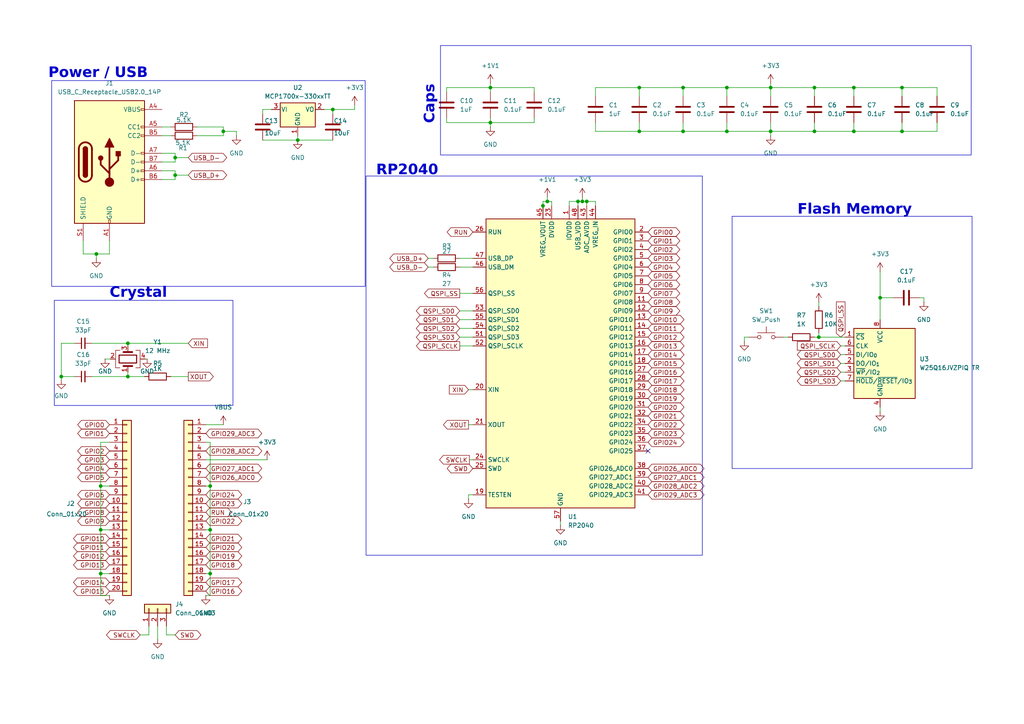
<source format=kicad_sch>
(kicad_sch (version 20250114) (generator "eeschema") (generator_version "9.0")
  (paper "A4")
  (lib_symbols
    (symbol "C_1" (pin_numbers (hide yes)) (pin_names (offset 0.254))
      (property "Reference" "C14" (at 0.254 1.778 0))
      (property "Value" "10uF" (at 0.254 -1.778 0))
      (symbol "C_1_1_1"
        (pin passive line (at 0 3.81 270) (length 2.794) (name "~") (number "1"))
        (pin passive line (at 0 -3.81 90) (length 2.794) (name "~") (number "2"))
      )
    )
    (symbol "C_2" (pin_numbers (hide yes)) (pin_names (offset 0.254))
      (property "Reference" "C13" (at 0.508 1.778 0))
      (property "Value" "10uF" (at 0.508 -1.778 0))
      (symbol "C_2_1_1"
        (pin passive line (at 0 3.81 270) (length 2.794) (name "~") (number "1"))
        (pin passive line (at 0 -3.81 90) (length 2.794) (name "~") (number "2"))
      )
    )
    (symbol "Conn_01x20_1" (pin_names (offset 1.016) (hide yes))
      (property "Reference" "J3" (at -18.288 0.508 0))
      (property "Value" "Conn_01x20" (at -23.368 -3.048 0))
      (symbol "Conn_01x20_1_1_1"
        (pin passive line (at -5.08 22.86 0) (length 3.81) (name "Pin_1") (number "1"))
        (pin passive line (at -5.08 20.32 0) (length 3.81) (name "Pin_2") (number "2"))
        (pin passive line (at -5.08 17.78 0) (length 3.81) (name "Pin_3") (number "3"))
        (pin passive line (at -5.08 15.24 0) (length 3.81) (name "Pin_4") (number "4"))
        (pin passive line (at -5.08 12.7 0) (length 3.81) (name "Pin_5") (number "5"))
        (pin passive line (at -5.08 10.16 0) (length 3.81) (name "Pin_6") (number "6"))
        (pin passive line (at -5.08 7.62 0) (length 3.81) (name "Pin_7") (number "7"))
        (pin passive line (at -5.08 5.08 0) (length 3.81) (name "Pin_8") (number "8"))
        (pin passive line (at -5.08 2.54 0) (length 3.81) (name "Pin_9") (number "9"))
        (pin passive line (at -5.08 0 0) (length 3.81) (name "Pin_10") (number "10"))
        (pin passive line (at -5.08 -2.54 0) (length 3.81) (name "Pin_11") (number "11"))
        (pin passive line (at -5.08 -5.08 0) (length 3.81) (name "Pin_12") (number "12"))
        (pin passive line (at -5.08 -7.62 0) (length 3.81) (name "Pin_13") (number "13"))
        (pin passive line (at -5.08 -10.16 0) (length 3.81) (name "Pin_14") (number "14"))
        (pin passive line (at -5.08 -12.7 0) (length 3.81) (name "Pin_15") (number "15"))
        (pin passive line (at -5.08 -15.24 0) (length 3.81) (name "Pin_16") (number "16"))
        (pin passive line (at -5.08 -17.78 0) (length 3.81) (name "Pin_17") (number "17"))
        (pin passive line (at -5.08 -20.32 0) (length 3.81) (name "Pin_18") (number "18"))
        (pin passive line (at -5.08 -22.86 0) (length 3.81) (name "Pin_19") (number "19"))
        (pin passive line (at -5.08 -25.4 0) (length 3.81) (name "Pin_20") (number "20"))
      )
    )
    (symbol "Connector:USB_C_Receptacle_USB2.0_14P" (pin_names (offset 1.016))
      (property "Reference" "J" (at 0 22.225 0))
      (property "Value" "USB_C_Receptacle_USB2.0_14P" (at 0 19.685 0))
      (symbol "USB_C_Receptacle_USB2.0_14P_1_1"
        (pin passive line (at -7.62 -22.86 90) (length 5.08) (name "SHIELD") (number "S1"))
        (pin passive line (at 0 -22.86 90) (length 5.08) (name "GND") (number "A1"))
        (pin passive line (at 0 -22.86 90) (length 5.08) (hide yes) (name "GND") (number "A12"))
        (pin passive line (at 0 -22.86 90) (length 5.08) (hide yes) (name "GND") (number "B1"))
        (pin passive line (at 0 -22.86 90) (length 5.08) (hide yes) (name "GND") (number "B12"))
        (pin passive line (at 15.24 15.24 180) (length 5.08) (name "VBUS") (number "A4"))
        (pin passive line (at 15.24 15.24 180) (length 5.08) (hide yes) (name "VBUS") (number "A9"))
        (pin passive line (at 15.24 15.24 180) (length 5.08) (hide yes) (name "VBUS") (number "B4"))
        (pin passive line (at 15.24 15.24 180) (length 5.08) (hide yes) (name "VBUS") (number "B9"))
        (pin bidirectional line (at 15.24 10.16 180) (length 5.08) (name "CC1") (number "A5"))
        (pin bidirectional line (at 15.24 7.62 180) (length 5.08) (name "CC2") (number "B5"))
        (pin bidirectional line (at 15.24 2.54 180) (length 5.08) (name "D-") (number "A7"))
        (pin bidirectional line (at 15.24 0 180) (length 5.08) (name "D-") (number "B7"))
        (pin bidirectional line (at 15.24 -2.54 180) (length 5.08) (name "D+") (number "A6"))
        (pin bidirectional line (at 15.24 -5.08 180) (length 5.08) (name "D+") (number "B6"))
      )
    )
    (symbol "Connector_Generic:Conn_01x03" (pin_names (offset 1.016) (hide yes))
      (property "Reference" "J" (at 0 5.08 0))
      (property "Value" "Conn_01x03" (at 0 -5.08 0))
      (symbol "Conn_01x03_1_1"
        (pin passive line (at -5.08 2.54 0) (length 3.81) (name "Pin_1") (number "1"))
        (pin passive line (at -5.08 0 0) (length 3.81) (name "Pin_2") (number "2"))
        (pin passive line (at -5.08 -2.54 0) (length 3.81) (name "Pin_3") (number "3"))
      )
    )
    (symbol "Connector_Generic:Conn_01x20" (pin_names (offset 1.016) (hide yes))
      (property "Reference" "J2" (at -17.526 0 0))
      (property "Value" "Conn_01x20" (at -23.368 -3.048 0))
      (symbol "Conn_01x20_1_1"
        (pin passive line (at -5.08 22.86 0) (length 3.81) (name "Pin_1") (number "1"))
        (pin passive line (at -5.08 20.32 0) (length 3.81) (name "Pin_2") (number "2"))
        (pin passive line (at -5.08 17.78 0) (length 3.81) (name "Pin_3") (number "3"))
        (pin passive line (at -5.08 15.24 0) (length 3.81) (name "Pin_4") (number "4"))
        (pin passive line (at -5.08 12.7 0) (length 3.81) (name "Pin_5") (number "5"))
        (pin passive line (at -5.08 10.16 0) (length 3.81) (name "Pin_6") (number "6"))
        (pin passive line (at -5.08 7.62 0) (length 3.81) (name "Pin_7") (number "7"))
        (pin passive line (at -5.08 5.08 0) (length 3.81) (name "Pin_8") (number "8"))
        (pin passive line (at -5.08 2.54 0) (length 3.81) (name "Pin_9") (number "9"))
        (pin passive line (at -5.08 0 0) (length 3.81) (name "Pin_10") (number "10"))
        (pin passive line (at -5.08 -2.54 0) (length 3.81) (name "Pin_11") (number "11"))
        (pin passive line (at -5.08 -5.08 0) (length 3.81) (name "Pin_12") (number "12"))
        (pin passive line (at -5.08 -7.62 0) (length 3.81) (name "Pin_13") (number "13"))
        (pin passive line (at -5.08 -10.16 0) (length 3.81) (name "Pin_14") (number "14"))
        (pin passive line (at -5.08 -12.7 0) (length 3.81) (name "Pin_15") (number "15"))
        (pin passive line (at -5.08 -15.24 0) (length 3.81) (name "Pin_16") (number "16"))
        (pin passive line (at -5.08 -17.78 0) (length 3.81) (name "Pin_17") (number "17"))
        (pin passive line (at -5.08 -20.32 0) (length 3.81) (name "Pin_18") (number "18"))
        (pin passive line (at -5.08 -22.86 0) (length 3.81) (name "Pin_19") (number "19"))
        (pin passive line (at -5.08 -25.4 0) (length 3.81) (name "Pin_20") (number "20"))
      )
    )
    (symbol "Device:C" (pin_numbers (hide yes)) (pin_names (offset 0.254))
      (property "Reference" "C" (at 0.635 2.54 0))
      (property "Value" "C" (at 0.635 -2.54 0))
      (symbol "C_1_1"
        (pin passive line (at 0 3.81 270) (length 2.794) (name "~") (number "1"))
        (pin passive line (at 0 -3.81 90) (length 2.794) (name "~") (number "2"))
      )
    )
    (symbol "Device:C_Small" (pin_numbers (hide yes)) (pin_names (offset 0.254) (hide yes))
      (property "Reference" "C" (at 0.254 1.778 0))
      (property "Value" "C_Small" (at 0.254 -2.032 0))
      (symbol "C_Small_1_1"
        (pin passive line (at 0 2.54 270) (length 2.032) (name "~") (number "1"))
        (pin passive line (at 0 -2.54 90) (length 2.032) (name "~") (number "2"))
      )
    )
    (symbol "Device:Crystal_GND24" (pin_names (offset 1.016) (hide yes))
      (property "Reference" "Y" (at 3.175 5.08 0))
      (property "Value" "Crystal_GND24" (at 3.175 3.175 0))
      (symbol "Crystal_GND24_1_1"
        (pin passive line (at -3.81 0 0) (length 1.27) (name "1") (number "1"))
        (pin passive line (at 0 5.08 270) (length 1.27) (name "2") (number "2"))
        (pin passive line (at 0 -5.08 90) (length 1.27) (name "4") (number "4"))
        (pin passive line (at 3.81 0 180) (length 1.27) (name "3") (number "3"))
      )
    )
    (symbol "Device:R" (pin_numbers (hide yes)) (pin_names (offset 0))
      (property "Reference" "R2" (at 3.556 0 90))
      (property "Value" "5.1K" (at 2.032 0 90))
      (symbol "R_1_1"
        (pin passive line (at 0 3.81 270) (length 1.27) (name "~") (number "1"))
        (pin passive line (at 0 -3.81 90) (length 1.27) (name "~") (number "2"))
      )
    )
    (symbol "MCU_RaspberryPi:RP2040"
      (property "Reference" "U" (at 17.78 45.72 0))
      (property "Value" "RP2040" (at 17.78 43.18 0))
      (symbol "RP2040_1_1"
        (pin input line (at -25.4 38.1 0) (length 3.81) (name "RUN") (number "26"))
        (pin bidirectional line (at -25.4 30.48 0) (length 3.81) (name "USB_DP") (number "47"))
        (pin bidirectional line (at -25.4 27.94 0) (length 3.81) (name "USB_DM") (number "46"))
        (pin bidirectional line (at -25.4 20.32 0) (length 3.81) (name "QSPI_SS") (number "56"))
        (pin bidirectional line (at -25.4 15.24 0) (length 3.81) (name "QSPI_SD0") (number "53"))
        (pin bidirectional line (at -25.4 12.7 0) (length 3.81) (name "QSPI_SD1") (number "55"))
        (pin bidirectional line (at -25.4 10.16 0) (length 3.81) (name "QSPI_SD2") (number "54"))
        (pin bidirectional line (at -25.4 7.62 0) (length 3.81) (name "QSPI_SD3") (number "51"))
        (pin output line (at -25.4 5.08 0) (length 3.81) (name "QSPI_SCLK") (number "52"))
        (pin input line (at -25.4 -7.62 0) (length 3.81) (name "XIN") (number "20"))
        (pin passive line (at -25.4 -17.78 0) (length 3.81) (name "XOUT") (number "21"))
        (pin input line (at -25.4 -27.94 0) (length 3.81) (name "SWCLK") (number "24"))
        (pin bidirectional line (at -25.4 -30.48 0) (length 3.81) (name "SWD") (number "25"))
        (pin input line (at -25.4 -38.1 0) (length 3.81) (name "TESTEN") (number "19"))
        (pin power_out line (at -5.08 45.72 270) (length 3.81) (name "VREG_VOUT") (number "45"))
        (pin power_in line (at -2.54 45.72 270) (length 3.81) (name "DVDD") (number "23"))
        (pin passive line (at -2.54 45.72 270) (length 3.81) (hide yes) (name "DVDD") (number "50"))
        (pin power_in line (at 0 -45.72 90) (length 3.81) (name "GND") (number "57"))
        (pin power_in line (at 2.54 45.72 270) (length 3.81) (name "IOVDD") (number "1"))
        (pin passive line (at 2.54 45.72 270) (length 3.81) (hide yes) (name "IOVDD") (number "10"))
        (pin passive line (at 2.54 45.72 270) (length 3.81) (hide yes) (name "IOVDD") (number "22"))
        (pin passive line (at 2.54 45.72 270) (length 3.81) (hide yes) (name "IOVDD") (number "33"))
        (pin passive line (at 2.54 45.72 270) (length 3.81) (hide yes) (name "IOVDD") (number "42"))
        (pin passive line (at 2.54 45.72 270) (length 3.81) (hide yes) (name "IOVDD") (number "49"))
        (pin power_in line (at 5.08 45.72 270) (length 3.81) (name "USB_VDD") (number "48"))
        (pin power_in line (at 7.62 45.72 270) (length 3.81) (name "ADC_AVDD") (number "43"))
        (pin power_in line (at 10.16 45.72 270) (length 3.81) (name "VREG_IN") (number "44"))
        (pin bidirectional line (at 25.4 38.1 180) (length 3.81) (name "GPIO0") (number "2"))
        (pin bidirectional line (at 25.4 35.56 180) (length 3.81) (name "GPIO1") (number "3"))
        (pin bidirectional line (at 25.4 33.02 180) (length 3.81) (name "GPIO2") (number "4"))
        (pin bidirectional line (at 25.4 30.48 180) (length 3.81) (name "GPIO3") (number "5"))
        (pin bidirectional line (at 25.4 27.94 180) (length 3.81) (name "GPIO4") (number "6"))
        (pin bidirectional line (at 25.4 25.4 180) (length 3.81) (name "GPIO5") (number "7"))
        (pin bidirectional line (at 25.4 22.86 180) (length 3.81) (name "GPIO6") (number "8"))
        (pin bidirectional line (at 25.4 20.32 180) (length 3.81) (name "GPIO7") (number "9"))
        (pin bidirectional line (at 25.4 17.78 180) (length 3.81) (name "GPIO8") (number "11"))
        (pin bidirectional line (at 25.4 15.24 180) (length 3.81) (name "GPIO9") (number "12"))
        (pin bidirectional line (at 25.4 12.7 180) (length 3.81) (name "GPIO10") (number "13"))
        (pin bidirectional line (at 25.4 10.16 180) (length 3.81) (name "GPIO11") (number "14"))
        (pin bidirectional line (at 25.4 7.62 180) (length 3.81) (name "GPIO12") (number "15"))
        (pin bidirectional line (at 25.4 5.08 180) (length 3.81) (name "GPIO13") (number "16"))
        (pin bidirectional line (at 25.4 2.54 180) (length 3.81) (name "GPIO14") (number "17"))
        (pin bidirectional line (at 25.4 0 180) (length 3.81) (name "GPIO15") (number "18"))
        (pin bidirectional line (at 25.4 -2.54 180) (length 3.81) (name "GPIO16") (number "27"))
        (pin bidirectional line (at 25.4 -5.08 180) (length 3.81) (name "GPIO17") (number "28"))
        (pin bidirectional line (at 25.4 -7.62 180) (length 3.81) (name "GPIO18") (number "29"))
        (pin bidirectional line (at 25.4 -10.16 180) (length 3.81) (name "GPIO19") (number "30"))
        (pin bidirectional line (at 25.4 -12.7 180) (length 3.81) (name "GPIO20") (number "31"))
        (pin bidirectional line (at 25.4 -15.24 180) (length 3.81) (name "GPIO21") (number "32"))
        (pin bidirectional line (at 25.4 -17.78 180) (length 3.81) (name "GPIO22") (number "34"))
        (pin bidirectional line (at 25.4 -20.32 180) (length 3.81) (name "GPIO23") (number "35"))
        (pin bidirectional line (at 25.4 -22.86 180) (length 3.81) (name "GPIO24") (number "36"))
        (pin bidirectional line (at 25.4 -25.4 180) (length 3.81) (name "GPIO25") (number "37"))
        (pin bidirectional line (at 25.4 -30.48 180) (length 3.81) (name "GPIO26_ADC0") (number "38"))
        (pin bidirectional line (at 25.4 -33.02 180) (length 3.81) (name "GPIO27_ADC1") (number "39"))
        (pin bidirectional line (at 25.4 -35.56 180) (length 3.81) (name "GPIO28_ADC2") (number "40"))
        (pin bidirectional line (at 25.4 -38.1 180) (length 3.81) (name "GPIO29_ADC3") (number "41"))
      )
    )
    (symbol "Memory_Flash:W25Q128JVS"
      (property "Reference" "U" (at -6.35 11.43 0))
      (property "Value" "W25Q128JVS" (at 7.62 11.43 0))
      (symbol "W25Q128JVS_1_1"
        (pin input line (at -10.16 7.62 0) (length 2.54) (name "~{CS}") (number "1"))
        (pin input line (at -10.16 5.08 0) (length 2.54) (name "CLK") (number "6"))
        (pin bidirectional line (at -10.16 2.54 0) (length 2.54) (name "DI/IO_{0}") (number "5"))
        (pin bidirectional line (at -10.16 0 0) (length 2.54) (name "DO/IO_{1}") (number "2"))
        (pin bidirectional line (at -10.16 -2.54 0) (length 2.54) (name "~{WP}/IO_{2}") (number "3"))
        (pin bidirectional line (at -10.16 -5.08 0) (length 2.54) (name "~{HOLD}/~{RESET}/IO_{3}") (number "7"))
        (pin power_in line (at 0 12.7 270) (length 2.54) (name "VCC") (number "8"))
        (pin power_in line (at 0 -12.7 90) (length 2.54) (name "GND") (number "4"))
      )
    )
    (symbol "R_1" (pin_numbers (hide yes)) (pin_names (offset 0))
      (property "Reference" "R1" (at -3.556 0.254 90))
      (property "Value" "5.1K" (at -2.032 0.254 90))
      (symbol "R_1_1_1"
        (pin passive line (at 0 3.81 270) (length 1.27) (name "~") (number "1"))
        (pin passive line (at 0 -3.81 90) (length 1.27) (name "~") (number "2"))
      )
    )
    (symbol "R_2" (pin_numbers (hide yes)) (pin_names (offset 0))
      (property "Reference" "R4" (at -2.286 0 90))
      (property "Value" "27" (at -4.826 0 90))
      (symbol "R_2_1_1"
        (pin passive line (at 0 3.81 270) (length 1.27) (name "~") (number "1"))
        (pin passive line (at 0 -3.81 90) (length 1.27) (name "~") (number "2"))
      )
    )
    (symbol "R_3" (pin_numbers (hide yes)) (pin_names (offset 0))
      (property "Reference" "R3" (at -3.556 0 90))
      (property "Value" "27" (at -2.032 0 90))
      (symbol "R_3_1_1"
        (pin passive line (at 0 3.81 270) (length 1.27) (name "~") (number "1"))
        (pin passive line (at 0 -3.81 90) (length 1.27) (name "~") (number "2"))
      )
    )
    (symbol "R_4" (pin_numbers (hide yes)) (pin_names (offset 0))
      (property "Reference" "R5" (at 3.81 0 90))
      (property "Value" "1K" (at 2.286 0 90))
      (symbol "R_4_1_1"
        (pin passive line (at 0 3.81 270) (length 1.27) (name "~") (number "1"))
        (pin passive line (at 0 -3.81 90) (length 1.27) (name "~") (number "2"))
      )
    )
    (symbol "R_5" (pin_numbers (hide yes)) (pin_names (offset 0))
      (property "Reference" "R6" (at 1.524 1.27 0))
      (property "Value" "10K" (at 1.524 -1.27 0))
      (symbol "R_5_1_1"
        (pin passive line (at 0 3.81 270) (length 1.27) (name "~") (number "1"))
        (pin passive line (at 0 -3.81 90) (length 1.27) (name "~") (number "2"))
      )
    )
    (symbol "R_6" (pin_numbers (hide yes)) (pin_names (offset 0))
      (property "Reference" "R" (at -1.016 -3.302 90))
      (property "Value" "R" (at -0.762 3.302 90))
      (symbol "R_6_1_1"
        (pin passive line (at 0 3.81 270) (length 1.27) (name "~") (number "1"))
        (pin passive line (at 0 -3.81 90) (length 1.27) (name "~") (number "2"))
      )
    )
    (symbol "Regulator_Linear:MCP1700x-330xxTT" (pin_names (offset 0.254))
      (property "Reference" "U" (at -3.81 3.175 0))
      (property "Value" "MCP1700x-330xxTT" (at 0 3.175 0))
      (symbol "MCP1700x-330xxTT_1_1"
        (pin power_in line (at -7.62 0 0) (length 2.54) (name "VI") (number "3"))
        (pin power_in line (at 0 -7.62 90) (length 2.54) (name "GND") (number "1"))
        (pin power_out line (at 7.62 0 180) (length 2.54) (name "VO") (number "2"))
      )
    )
    (symbol "Switch:SW_Push" (pin_numbers (hide yes)) (pin_names (offset 1.016) (hide yes))
      (property "Reference" "SW" (at 1.27 2.54 0))
      (property "Value" "SW_Push" (at 0 -1.524 0))
      (symbol "SW_Push_0_1"
        (pin passive line (at -5.08 0 0) (length 2.54) (name "1") (number "1"))
        (pin passive line (at 5.08 0 180) (length 2.54) (name "2") (number "2"))
      )
    )
    (symbol "power:+1V1" (power) (pin_numbers (hide yes)) (pin_names (offset 0) (hide yes))
      (property "Value" "+1V1" (at 0 3.556 0))
      (symbol "+1V1_1_1"
        (pin power_in line (at 0 0 90) (length 0) (name "~") (number "1"))
      )
    )
    (symbol "power:+3V3" (power) (pin_numbers (hide yes)) (pin_names (offset 0) (hide yes))
      (property "Value" "+3V3" (at 0 3.556 0))
      (symbol "+3V3_1_1"
        (pin power_in line (at 0 0 90) (length 0) (name "~") (number "1"))
      )
    )
    (symbol "power:GND" (power) (pin_numbers (hide yes)) (pin_names (offset 0) (hide yes))
      (property "Value" "GND" (at 0 -3.81 0))
      (symbol "GND_1_1"
        (pin power_in line (at 0 0 270) (length 0) (name "~") (number "1"))
      )
    )
    (symbol "power:VBUS" (power) (pin_numbers (hide yes)) (pin_names (offset 0) (hide yes))
      (property "Value" "VBUS" (at 0 3.556 0))
      (symbol "VBUS_1_1"
        (pin power_in line (at 0 0 90) (length 0) (name "~") (number "1"))
      )
    )
  )
  (rectangle (start 15.748 87.122) (end 67.564 117.602))
  (rectangle (start 127.762 13.208) (end 281.686 44.958))
  (rectangle (start 106.172 51.054) (end 203.708 161.036))
  (rectangle (start 14.986 23.368) (end 105.918 83.058))
  (rectangle (start 212.344 62.738) (end 281.94 135.89))
  (text "RP2040" (at 118.11 50.292 0) (effects (font (size 3 3) (thickness 0.254) (bold yes))))
  (text "Crystal" (at 40.132 85.852 0) (effects (font (size 3 3) (thickness 0.254) (bold yes))))
  (text "Power / USB" (at 28.448 22.098 0) (effects (font (size 3 3) (bold yes))))
  (text "Flash Memory\n" (at 247.904 61.722 0) (effects (font (size 3 3) (thickness 0.254) (bold yes))))
  (text "Caps" (at 125.476 30.226 90) (effects (font (size 3 3) (thickness 0.254) (bold yes))))
  (junction (at 247.65 38.1))
  (junction (at 60.96 140.97))
  (junction (at 236.22 25.4))
  (junction (at 60.96 153.67))
  (junction (at 255.27 86.36))
  (junction (at 210.82 38.1))
  (junction (at 223.52 25.4))
  (junction (at 29.21 140.97))
  (junction (at 210.82 25.4))
  (junction (at 86.36 40.64))
  (junction (at 142.24 35.56))
  (junction (at 37.084 99.568))
  (junction (at 50.8 45.72))
  (junction (at 60.96 166.37))
  (junction (at 198.12 38.1))
  (junction (at 236.22 38.1))
  (junction (at 17.78 109.22))
  (junction (at 168.91 58.42))
  (junction (at 29.21 153.67))
  (junction (at 96.52 31.75))
  (junction (at 237.49 97.79))
  (junction (at 185.42 38.1))
  (junction (at 261.62 25.4))
  (junction (at 167.64 58.42))
  (junction (at 157.48 59.69))
  (junction (at 261.62 38.1))
  (junction (at 27.94 73.66))
  (junction (at 223.52 38.1))
  (junction (at 170.18 58.42))
  (junction (at 50.8 50.8))
  (junction (at 198.12 25.4))
  (junction (at 29.21 166.37))
  (junction (at 185.42 25.4))
  (junction (at 142.24 25.4))
  (junction (at 64.77 38.1))
  (junction (at 247.65 25.4))
  (junction (at 37.084 109.22))
  (junction (at 158.75 58.42))
  (no_connect (at 187.96 130.81))
  (wire (pts (xy 142.24 35.56) (xy 142.24 36.83)))
  (wire (pts (xy 27.94 73.66) (xy 31.75 73.66)))
  (wire (pts (xy 271.78 38.1) (xy 261.62 38.1)))
  (wire (pts (xy 64.77 39.37) (xy 57.15 39.37)))
  (wire (pts (xy 96.52 31.75) (xy 96.52 33.02)))
  (wire (pts (xy 243.84 110.49) (xy 245.11 110.49)))
  (wire (pts (xy 142.24 34.29) (xy 142.24 35.56)))
  (wire (pts (xy 60.96 172.72) (xy 60.96 166.37)))
  (wire (pts (xy 29.21 140.97) (xy 29.21 128.27)))
  (wire (pts (xy 136.144 133.35) (xy 137.16 133.35)))
  (wire (pts (xy 49.53 109.22) (xy 54.61 109.22)))
  (wire (pts (xy 236.22 38.1) (xy 247.65 38.1)))
  (wire (pts (xy 247.65 35.56) (xy 247.65 38.1)))
  (wire (pts (xy 255.27 86.36) (xy 259.08 86.36)))
  (wire (pts (xy 29.21 128.27) (xy 31.75 128.27)))
  (wire (pts (xy 142.24 24.13) (xy 142.24 25.4)))
  (wire (pts (xy 255.27 78.74) (xy 255.27 86.36)))
  (wire (pts (xy 60.96 140.97) (xy 60.96 128.27)))
  (wire (pts (xy 37.084 109.22) (xy 41.91 109.22)))
  (wire (pts (xy 158.75 58.42) (xy 160.02 58.42)))
  (wire (pts (xy 198.12 38.1) (xy 210.82 38.1)))
  (wire (pts (xy 142.24 25.4) (xy 154.94 25.4)))
  (wire (pts (xy 243.84 107.95) (xy 245.11 107.95)))
  (wire (pts (xy 46.99 39.37) (xy 49.53 39.37)))
  (wire (pts (xy 236.22 25.4) (xy 236.22 27.94)))
  (wire (pts (xy 157.48 59.69) (xy 157.48 60.96)))
  (wire (pts (xy 247.65 25.4) (xy 261.62 25.4)))
  (wire (pts (xy 154.94 25.4) (xy 154.94 26.67)))
  (wire (pts (xy 54.61 50.8) (xy 50.8 50.8)))
  (wire (pts (xy 43.18 181.61) (xy 43.18 184.15)))
  (wire (pts (xy 165.1 58.42) (xy 167.64 58.42)))
  (wire (pts (xy 210.82 25.4) (xy 210.82 27.94)))
  (wire (pts (xy 76.2 40.64) (xy 86.36 40.64)))
  (wire (pts (xy 37.084 99.568) (xy 37.084 100.33)))
  (wire (pts (xy 37.084 99.568) (xy 54.61 99.568)))
  (wire (pts (xy 43.18 184.15) (xy 40.64 184.15)))
  (wire (pts (xy 29.21 172.72) (xy 29.21 166.37)))
  (wire (pts (xy 21.59 99.568) (xy 17.78 99.568)))
  (wire (pts (xy 86.36 39.37) (xy 86.36 40.64)))
  (wire (pts (xy 64.77 38.1) (xy 68.58 38.1)))
  (wire (pts (xy 68.58 38.1) (xy 68.58 39.37)))
  (wire (pts (xy 59.69 133.35) (xy 77.47 133.35)))
  (wire (pts (xy 50.8 45.72) (xy 50.8 44.45)))
  (wire (pts (xy 185.42 25.4) (xy 198.12 25.4)))
  (wire (pts (xy 255.27 86.36) (xy 255.27 92.71)))
  (wire (pts (xy 247.65 25.4) (xy 247.65 27.94)))
  (wire (pts (xy 168.91 58.42) (xy 170.18 58.42)))
  (wire (pts (xy 271.78 25.4) (xy 261.62 25.4)))
  (wire (pts (xy 168.91 57.15) (xy 168.91 58.42)))
  (wire (pts (xy 157.48 58.42) (xy 157.48 59.69)))
  (wire (pts (xy 29.21 153.67) (xy 29.21 140.97)))
  (wire (pts (xy 129.54 25.4) (xy 142.24 25.4)))
  (wire (pts (xy 243.84 105.41) (xy 245.11 105.41)))
  (wire (pts (xy 48.26 184.15) (xy 50.8 184.15)))
  (wire (pts (xy 93.98 31.75) (xy 96.52 31.75)))
  (wire (pts (xy 172.72 25.4) (xy 185.42 25.4)))
  (wire (pts (xy 237.49 97.79) (xy 245.11 97.79)))
  (wire (pts (xy 60.96 153.67) (xy 60.96 140.97)))
  (wire (pts (xy 133.35 77.47) (xy 137.16 77.47)))
  (wire (pts (xy 223.52 38.1) (xy 223.52 39.37)))
  (wire (pts (xy 29.21 166.37) (xy 31.75 166.37)))
  (wire (pts (xy 50.8 45.72) (xy 54.61 45.72)))
  (wire (pts (xy 237.49 87.63) (xy 237.49 88.9)))
  (wire (pts (xy 185.42 38.1) (xy 198.12 38.1)))
  (wire (pts (xy 124.206 77.47) (xy 125.73 77.47)))
  (wire (pts (xy 135.89 143.51) (xy 137.16 143.51)))
  (wire (pts (xy 76.2 31.75) (xy 78.74 31.75)))
  (wire (pts (xy 210.82 35.56) (xy 210.82 38.1)))
  (wire (pts (xy 165.1 59.69) (xy 165.1 58.42)))
  (wire (pts (xy 236.22 25.4) (xy 247.65 25.4)))
  (wire (pts (xy 223.52 38.1) (xy 236.22 38.1)))
  (wire (pts (xy 24.13 69.85) (xy 24.13 73.66)))
  (wire (pts (xy 29.21 153.67) (xy 31.75 153.67)))
  (wire (pts (xy 50.8 44.45) (xy 46.99 44.45)))
  (wire (pts (xy 31.75 172.72) (xy 29.21 172.72)))
  (wire (pts (xy 133.35 92.71) (xy 137.16 92.71)))
  (wire (pts (xy 46.99 52.07) (xy 50.8 52.07)))
  (wire (pts (xy 170.18 58.42) (xy 172.72 58.42)))
  (wire (pts (xy 267.97 86.36) (xy 267.97 87.63)))
  (wire (pts (xy 46.99 46.99) (xy 50.8 46.99)))
  (wire (pts (xy 133.35 95.25) (xy 137.16 95.25)))
  (wire (pts (xy 64.77 38.1) (xy 64.77 39.37)))
  (wire (pts (xy 45.72 181.61) (xy 45.72 185.42)))
  (wire (pts (xy 27.94 73.66) (xy 27.94 74.93)))
  (wire (pts (xy 198.12 25.4) (xy 198.12 27.94)))
  (wire (pts (xy 86.36 40.64) (xy 96.52 40.64)))
  (wire (pts (xy 96.52 31.75) (xy 102.87 31.75)))
  (wire (pts (xy 157.48 58.42) (xy 158.75 58.42)))
  (wire (pts (xy 160.02 58.42) (xy 160.02 59.69)))
  (wire (pts (xy 29.21 166.37) (xy 29.21 153.67)))
  (wire (pts (xy 172.72 38.1) (xy 185.42 38.1)))
  (wire (pts (xy 223.52 25.4) (xy 223.52 27.94)))
  (wire (pts (xy 172.72 35.56) (xy 172.72 38.1)))
  (wire (pts (xy 135.89 123.19) (xy 137.16 123.19)))
  (wire (pts (xy 129.54 26.67) (xy 129.54 25.4)))
  (wire (pts (xy 59.69 140.97) (xy 60.96 140.97)))
  (wire (pts (xy 133.35 74.93) (xy 137.16 74.93)))
  (wire (pts (xy 57.15 36.83) (xy 64.77 36.83)))
  (wire (pts (xy 243.84 102.87) (xy 245.11 102.87)))
  (wire (pts (xy 50.8 50.8) (xy 50.8 49.53)))
  (wire (pts (xy 236.22 97.79) (xy 237.49 97.79)))
  (wire (pts (xy 50.8 49.53) (xy 46.99 49.53)))
  (wire (pts (xy 46.99 36.83) (xy 49.53 36.83)))
  (wire (pts (xy 172.72 27.94) (xy 172.72 25.4)))
  (wire (pts (xy 26.67 99.568) (xy 37.084 99.568)))
  (wire (pts (xy 59.69 123.19) (xy 64.77 123.19)))
  (wire (pts (xy 17.78 109.22) (xy 21.59 109.22)))
  (wire (pts (xy 210.82 25.4) (xy 223.52 25.4)))
  (wire (pts (xy 210.82 38.1) (xy 223.52 38.1)))
  (wire (pts (xy 261.62 38.1) (xy 261.62 35.56)))
  (wire (pts (xy 59.69 172.72) (xy 60.96 172.72)))
  (wire (pts (xy 50.8 52.07) (xy 50.8 50.8)))
  (wire (pts (xy 124.206 74.93) (xy 125.73 74.93)))
  (wire (pts (xy 48.26 181.61) (xy 48.26 184.15)))
  (wire (pts (xy 198.12 25.4) (xy 210.82 25.4)))
  (wire (pts (xy 255.27 118.11) (xy 255.27 119.38)))
  (wire (pts (xy 76.2 31.75) (xy 76.2 33.02)))
  (wire (pts (xy 261.62 25.4) (xy 261.62 27.94)))
  (wire (pts (xy 129.54 35.56) (xy 142.24 35.56)))
  (wire (pts (xy 50.8 46.99) (xy 50.8 45.72)))
  (wire (pts (xy 142.24 35.56) (xy 154.94 35.56)))
  (wire (pts (xy 29.21 140.97) (xy 31.75 140.97)))
  (wire (pts (xy 60.96 166.37) (xy 60.96 153.67)))
  (wire (pts (xy 17.78 109.22) (xy 17.78 110.236)))
  (wire (pts (xy 135.89 113.03) (xy 137.16 113.03)))
  (wire (pts (xy 170.18 58.42) (xy 170.18 59.69)))
  (wire (pts (xy 64.77 36.83) (xy 64.77 38.1)))
  (wire (pts (xy 142.24 25.4) (xy 142.24 26.67)))
  (wire (pts (xy 129.54 34.29) (xy 129.54 35.56)))
  (wire (pts (xy 198.12 35.56) (xy 198.12 38.1)))
  (wire (pts (xy 162.56 151.13) (xy 162.56 152.4)))
  (wire (pts (xy 154.94 35.56) (xy 154.94 34.29)))
  (wire (pts (xy 135.89 144.78) (xy 135.89 143.51)))
  (wire (pts (xy 185.42 25.4) (xy 185.42 27.94)))
  (wire (pts (xy 271.78 27.94) (xy 271.78 25.4)))
  (wire (pts (xy 59.69 166.37) (xy 60.96 166.37)))
  (wire (pts (xy 59.69 128.27) (xy 60.96 128.27)))
  (wire (pts (xy 30.48 104.14) (xy 32.004 104.14)))
  (wire (pts (xy 247.65 38.1) (xy 261.62 38.1)))
  (wire (pts (xy 37.084 109.22) (xy 26.67 109.22)))
  (wire (pts (xy 17.78 99.568) (xy 17.78 109.22)))
  (wire (pts (xy 215.9 97.79) (xy 215.9 99.06)))
  (wire (pts (xy 42.672 104.14) (xy 42.164 104.14)))
  (wire (pts (xy 167.64 58.42) (xy 167.64 59.69)))
  (wire (pts (xy 133.35 85.09) (xy 137.16 85.09)))
  (wire (pts (xy 102.87 31.75) (xy 102.87 30.48)))
  (wire (pts (xy 185.42 35.56) (xy 185.42 38.1)))
  (wire (pts (xy 167.64 58.42) (xy 168.91 58.42)))
  (wire (pts (xy 59.69 153.67) (xy 60.96 153.67)))
  (wire (pts (xy 31.75 73.66) (xy 31.75 69.85)))
  (wire (pts (xy 24.13 73.66) (xy 27.94 73.66)))
  (wire (pts (xy 133.35 90.17) (xy 137.16 90.17)))
  (wire (pts (xy 172.72 58.42) (xy 172.72 59.69)))
  (wire (pts (xy 271.78 35.56) (xy 271.78 38.1)))
  (wire (pts (xy 237.49 96.52) (xy 237.49 97.79)))
  (wire (pts (xy 243.84 100.33) (xy 245.11 100.33)))
  (wire (pts (xy 227.33 97.79) (xy 228.6 97.79)))
  (wire (pts (xy 37.084 107.95) (xy 37.084 109.22)))
  (wire (pts (xy 158.75 57.15) (xy 158.75 58.42)))
  (wire (pts (xy 223.52 35.56) (xy 223.52 38.1)))
  (wire (pts (xy 133.35 100.33) (xy 137.16 100.33)))
  (wire (pts (xy 236.22 35.56) (xy 236.22 38.1)))
  (wire (pts (xy 266.7 86.36) (xy 267.97 86.36)))
  (wire (pts (xy 217.17 97.79) (xy 215.9 97.79)))
  (wire (pts (xy 223.52 24.13) (xy 223.52 25.4)))
  (wire (pts (xy 223.52 25.4) (xy 236.22 25.4)))
  (wire (pts (xy 133.35 97.79) (xy 137.16 97.79)))
  (global_label "XIN" (shape input) (at 135.89 113.03 180) (property "Intersheetrefs" "${INTERSHEET_REFS}" (effects (hide yes))))
  (global_label "GPIO0" (shape bidirectional) (at 187.96 67.31 0) (effects (font (thickness 0.1588))) (property "Intersheetrefs" "${INTERSHEET_REFS}" (effects (hide yes))))
  (global_label "GPIO1" (shape bidirectional) (at 187.96 69.85 0) (effects (font (thickness 0.1588))) (property "Intersheetrefs" "${INTERSHEET_REFS}" (effects (hide yes))))
  (global_label "XOUT" (shape output) (at 135.89 123.19 180) (property "Intersheetrefs" "${INTERSHEET_REFS}" (effects (hide yes))))
  (global_label "GPIO28_ADC2" (shape bidirectional) (at 59.69 130.81 0) (property "Intersheetrefs" "${INTERSHEET_REFS}" (effects (hide yes))))
  (global_label "GPIO29_ADC3" (shape bidirectional) (at 59.69 125.73 0) (property "Intersheetrefs" "${INTERSHEET_REFS}" (effects (hide yes))))
  (global_label "GPIO26_ADC0" (shape bidirectional) (at 59.69 138.43 0) (property "Intersheetrefs" "${INTERSHEET_REFS}" (effects (hide yes))))
  (global_label "GPIO27_ADC1" (shape bidirectional) (at 59.69 135.89 0) (property "Intersheetrefs" "${INTERSHEET_REFS}" (effects (hide yes))))
  (global_label "QSPI_SD3" (shape bidirectional) (at 133.35 97.79 180) (property "Intersheetrefs" "${INTERSHEET_REFS}" (effects (hide yes))))
  (global_label "QSPI_SD0" (shape bidirectional) (at 243.84 102.87 180) (property "Intersheetrefs" "${INTERSHEET_REFS}" (effects (hide yes))))
  (global_label "USB_D+" (shape bidirectional) (at 54.61 50.8 0) (property "Intersheetrefs" "${INTERSHEET_REFS}" (effects (hide yes))))
  (global_label "QSPI_SD1" (shape bidirectional) (at 133.35 92.71 180) (property "Intersheetrefs" "${INTERSHEET_REFS}" (effects (hide yes))))
  (global_label "SWD" (shape bidirectional) (at 137.16 135.89 180) (property "Intersheetrefs" "${INTERSHEET_REFS}" (effects (hide yes))))
  (global_label "GPIO3" (shape bidirectional) (at 187.96 74.93 0) (property "Intersheetrefs" "${INTERSHEET_REFS}" (effects (hide yes))))
  (global_label "GPIO6" (shape bidirectional) (at 187.96 82.55 0) (property "Intersheetrefs" "${INTERSHEET_REFS}" (effects (hide yes))))
  (global_label "GPIO5" (shape bidirectional) (at 187.96 80.01 0) (property "Intersheetrefs" "${INTERSHEET_REFS}" (effects (hide yes))))
  (global_label "GPIO4" (shape bidirectional) (at 187.96 77.47 0) (property "Intersheetrefs" "${INTERSHEET_REFS}" (effects (hide yes))))
  (global_label "GPIO7" (shape bidirectional) (at 187.96 85.09 0) (property "Intersheetrefs" "${INTERSHEET_REFS}" (effects (hide yes))))
  (global_label "GPIO2" (shape bidirectional) (at 187.96 72.39 0) (property "Intersheetrefs" "${INTERSHEET_REFS}" (effects (hide yes))))
  (global_label "GPIO8" (shape bidirectional) (at 187.96 87.63 0) (property "Intersheetrefs" "${INTERSHEET_REFS}" (effects (hide yes))))
  (global_label "GPIO10" (shape bidirectional) (at 187.96 92.71 0) (property "Intersheetrefs" "${INTERSHEET_REFS}" (effects (hide yes))))
  (global_label "GPIO9" (shape bidirectional) (at 187.96 90.17 0) (property "Intersheetrefs" "${INTERSHEET_REFS}" (effects (hide yes))))
  (global_label "RUN" (shape bidirectional) (at 59.69 148.59 0) (property "Intersheetrefs" "${INTERSHEET_REFS}" (effects (hide yes))))
  (global_label "QSPI_SS" (shape input) (at 243.84 97.79 90) (property "Intersheetrefs" "${INTERSHEET_REFS}" (effects (hide yes))))
  (global_label "XIN" (shape input) (at 54.61 99.568 0) (property "Intersheetrefs" "${INTERSHEET_REFS}" (effects (hide yes))))
  (global_label "GPIO19" (shape bidirectional) (at 187.96 115.57 0) (property "Intersheetrefs" "${INTERSHEET_REFS}" (effects (hide yes))))
  (global_label "GPIO13" (shape bidirectional) (at 187.96 100.33 0) (property "Intersheetrefs" "${INTERSHEET_REFS}" (effects (hide yes))))
  (global_label "GPIO14" (shape bidirectional) (at 187.96 102.87 0) (property "Intersheetrefs" "${INTERSHEET_REFS}" (effects (hide yes))))
  (global_label "GPIO15" (shape bidirectional) (at 187.96 105.41 0) (property "Intersheetrefs" "${INTERSHEET_REFS}" (effects (hide yes))))
  (global_label "GPIO18" (shape bidirectional) (at 187.96 113.03 0) (property "Intersheetrefs" "${INTERSHEET_REFS}" (effects (hide yes))))
  (global_label "GPIO16" (shape bidirectional) (at 187.96 107.95 0) (property "Intersheetrefs" "${INTERSHEET_REFS}" (effects (hide yes))))
  (global_label "GPIO17" (shape bidirectional) (at 187.96 110.49 0) (property "Intersheetrefs" "${INTERSHEET_REFS}" (effects (hide yes))))
  (global_label "GPIO11" (shape bidirectional) (at 187.96 95.25 0) (property "Intersheetrefs" "${INTERSHEET_REFS}" (effects (hide yes))))
  (global_label "GPIO12" (shape bidirectional) (at 187.96 97.79 0) (property "Intersheetrefs" "${INTERSHEET_REFS}" (effects (hide yes))))
  (global_label "GPIO20" (shape bidirectional) (at 187.96 118.11 0) (property "Intersheetrefs" "${INTERSHEET_REFS}" (effects (hide yes))))
  (global_label "GPIO23" (shape bidirectional) (at 187.96 125.73 0) (property "Intersheetrefs" "${INTERSHEET_REFS}" (effects (hide yes))))
  (global_label "GPIO22" (shape bidirectional) (at 187.96 123.19 0) (property "Intersheetrefs" "${INTERSHEET_REFS}" (effects (hide yes))))
  (global_label "GPIO21" (shape bidirectional) (at 187.96 120.65 0) (property "Intersheetrefs" "${INTERSHEET_REFS}" (effects (hide yes))))
  (global_label "GPIO24" (shape bidirectional) (at 187.96 128.27 0) (property "Intersheetrefs" "${INTERSHEET_REFS}" (effects (hide yes))))
  (global_label "QSPI_SCLK" (shape output) (at 133.35 100.33 180) (property "Intersheetrefs" "${INTERSHEET_REFS}" (effects (hide yes))))
  (global_label "USB_D-" (shape bidirectional) (at 124.206 77.47 180) (property "Intersheetrefs" "${INTERSHEET_REFS}" (effects (hide yes))))
  (global_label "SWCLK" (shape output) (at 136.144 133.35 180) (property "Intersheetrefs" "${INTERSHEET_REFS}" (effects (hide yes))))
  (global_label "QSPI_SD2" (shape bidirectional) (at 243.84 107.95 180) (property "Intersheetrefs" "${INTERSHEET_REFS}" (effects (hide yes))))
  (global_label "USB_D-" (shape bidirectional) (at 54.61 45.72 0) (property "Intersheetrefs" "${INTERSHEET_REFS}" (effects (hide yes))))
  (global_label "XOUT" (shape output) (at 54.61 109.22 0) (property "Intersheetrefs" "${INTERSHEET_REFS}" (effects (hide yes))))
  (global_label "SWD" (shape bidirectional) (at 50.8 184.15 0) (property "Intersheetrefs" "${INTERSHEET_REFS}" (effects (hide yes))))
  (global_label "GPIO28_ADC2" (shape bidirectional) (at 187.96 140.97 0) (property "Intersheetrefs" "${INTERSHEET_REFS}" (effects (hide yes))))
  (global_label "GPIO27_ADC1" (shape bidirectional) (at 187.96 138.43 0) (property "Intersheetrefs" "${INTERSHEET_REFS}" (effects (hide yes))))
  (global_label "GPIO26_ADC0" (shape bidirectional) (at 187.96 135.89 0) (property "Intersheetrefs" "${INTERSHEET_REFS}" (effects (hide yes))))
  (global_label "GPIO29_ADC3" (shape bidirectional) (at 187.96 143.51 0) (property "Intersheetrefs" "${INTERSHEET_REFS}" (effects (hide yes))))
  (global_label "SWCLK" (shape bidirectional) (at 40.64 184.15 180) (property "Intersheetrefs" "${INTERSHEET_REFS}" (effects (hide yes))))
  (global_label "GPIO3" (shape bidirectional) (at 31.75 133.35 180) (property "Intersheetrefs" "${INTERSHEET_REFS}" (effects (hide yes))))
  (global_label "GPIO4" (shape bidirectional) (at 31.75 135.89 180) (property "Intersheetrefs" "${INTERSHEET_REFS}" (effects (hide yes))))
  (global_label "GPIO2" (shape bidirectional) (at 31.75 130.81 180) (property "Intersheetrefs" "${INTERSHEET_REFS}" (effects (hide yes))))
  (global_label "GPIO5" (shape bidirectional) (at 31.75 138.43 180) (property "Intersheetrefs" "${INTERSHEET_REFS}" (effects (hide yes))))
  (global_label "GPIO7" (shape bidirectional) (at 31.75 146.05 180) (property "Intersheetrefs" "${INTERSHEET_REFS}" (effects (hide yes))))
  (global_label "GPIO8" (shape bidirectional) (at 31.75 148.59 180) (property "Intersheetrefs" "${INTERSHEET_REFS}" (effects (hide yes))))
  (global_label "GPIO6" (shape bidirectional) (at 31.75 143.51 180) (property "Intersheetrefs" "${INTERSHEET_REFS}" (effects (hide yes))))
  (global_label "GPIO9" (shape bidirectional) (at 31.75 151.13 180) (property "Intersheetrefs" "${INTERSHEET_REFS}" (effects (hide yes))))
  (global_label "GPIO1" (shape bidirectional) (at 31.75 125.73 180) (property "Intersheetrefs" "${INTERSHEET_REFS}" (effects (hide yes))))
  (global_label "GPIO10" (shape bidirectional) (at 31.75 156.21 180) (property "Intersheetrefs" "${INTERSHEET_REFS}" (effects (hide yes))))
  (global_label "GPIO12" (shape bidirectional) (at 31.75 161.29 180) (property "Intersheetrefs" "${INTERSHEET_REFS}" (effects (hide yes))))
  (global_label "GPIO0" (shape bidirectional) (at 31.75 123.19 180) (property "Intersheetrefs" "${INTERSHEET_REFS}" (effects (hide yes))))
  (global_label "GPIO11" (shape bidirectional) (at 31.75 158.75 180) (property "Intersheetrefs" "${INTERSHEET_REFS}" (effects (hide yes))))
  (global_label "GPIO13" (shape bidirectional) (at 31.75 163.83 180) (property "Intersheetrefs" "${INTERSHEET_REFS}" (effects (hide yes))))
  (global_label "GPIO14" (shape bidirectional) (at 31.75 168.91 180) (property "Intersheetrefs" "${INTERSHEET_REFS}" (effects (hide yes))))
  (global_label "GPIO15" (shape bidirectional) (at 31.75 171.45 180) (property "Intersheetrefs" "${INTERSHEET_REFS}" (effects (hide yes))))
  (global_label "GPIO18" (shape bidirectional) (at 59.69 163.83 0) (property "Intersheetrefs" "${INTERSHEET_REFS}" (effects (hide yes))))
  (global_label "GPIO16" (shape bidirectional) (at 59.69 171.45 0) (property "Intersheetrefs" "${INTERSHEET_REFS}" (effects (hide yes))))
  (global_label "GPIO17" (shape bidirectional) (at 59.69 168.91 0) (property "Intersheetrefs" "${INTERSHEET_REFS}" (effects (hide yes))))
  (global_label "GPIO19" (shape bidirectional) (at 59.69 161.29 0) (property "Intersheetrefs" "${INTERSHEET_REFS}" (effects (hide yes))))
  (global_label "GPIO21" (shape bidirectional) (at 59.69 156.21 0) (property "Intersheetrefs" "${INTERSHEET_REFS}" (effects (hide yes))))
  (global_label "GPIO20" (shape bidirectional) (at 59.69 158.75 0) (property "Intersheetrefs" "${INTERSHEET_REFS}" (effects (hide yes))))
  (global_label "GPIO22" (shape bidirectional) (at 59.69 151.13 0) (property "Intersheetrefs" "${INTERSHEET_REFS}" (effects (hide yes))))
  (global_label "QSPI_SS" (shape output) (at 133.35 85.09 180) (property "Intersheetrefs" "${INTERSHEET_REFS}" (effects (hide yes))))
  (global_label "QSPI_SCLK" (shape input) (at 243.84 100.33 180) (property "Intersheetrefs" "${INTERSHEET_REFS}" (effects (hide yes))))
  (global_label "QSPI_SD2" (shape bidirectional) (at 133.35 95.25 180) (property "Intersheetrefs" "${INTERSHEET_REFS}" (effects (hide yes))))
  (global_label "QSPI_SD1" (shape bidirectional) (at 243.84 105.41 180) (property "Intersheetrefs" "${INTERSHEET_REFS}" (effects (hide yes))))
  (global_label "RUN" (shape bidirectional) (at 137.16 67.31 180) (property "Intersheetrefs" "${INTERSHEET_REFS}" (effects (hide yes))))
  (global_label "GPIO24" (shape bidirectional) (at 59.69 143.51 0) (property "Intersheetrefs" "${INTERSHEET_REFS}" (effects (hide yes))))
  (global_label "GPIO23" (shape bidirectional) (at 59.69 146.05 0) (property "Intersheetrefs" "${INTERSHEET_REFS}" (effects (hide yes))))
  (global_label "QSPI_SD0" (shape bidirectional) (at 133.35 90.17 180) (property "Intersheetrefs" "${INTERSHEET_REFS}" (effects (hide yes))))
  (global_label "USB_D+" (shape bidirectional) (at 124.206 74.93 180) (property "Intersheetrefs" "${INTERSHEET_REFS}" (effects (hide yes))))
  (global_label "QSPI_SD3" (shape bidirectional) (at 243.84 110.49 180) (property "Intersheetrefs" "${INTERSHEET_REFS}" (effects (hide yes))))
  (symbol (lib_id "power:GND") (at 86.36 40.64 0) (unit 1)
    (property "Reference" "#PWR010" (effects (hide yes)))
    (property "Value" "GND" (at 86.36 45.72 0))
    (property "Description" "Power symbol creates a global label with name \"GND\" , ground" (effects (hide yes)))
  )
  (symbol (lib_id "Connector_Generic:Conn_01x03") (at 45.72 176.53 90) (unit 1)
    (property "Reference" "J4" (at 50.8 175.2599 90) (effects (justify right)))
    (property "Value" "Conn_01x03" (at 50.8 177.7999 90) (effects (justify right)))
    (property "Footprint" "Connector_PinHeader_2.54mm:PinHeader_1x03_P2.54mm_Vertical" (effects (hide yes)))
    (property "Description" "Generic connector, single row, 01x03, script generated (kicad-library-utils/schlib/autogen/connector/)" (effects (hide yes)))
  )
  (symbol (lib_name "R_1") (lib_id "Device:R") (at 53.34 39.37 90) (unit 1)
    (property "Reference" "R1" (at 53.086 42.926 90))
    (property "Value" "5.1K" (at 53.086 41.402 90))
    (property "Footprint" "Resistor_SMD:R_0402_1005Metric" (effects (hide yes)))
    (property "Description" "Resistor" (effects (hide yes)))
  )
  (symbol (lib_id "Device:C") (at 261.62 31.75 0) (unit 1)
    (property "Reference" "C8" (at 265.43 30.4799 0) (effects (justify left)))
    (property "Value" "0.1uF" (at 265.43 33.0199 0) (effects (justify left)))
    (property "Footprint" "Capacitor_SMD:C_0402_1005Metric" (effects (hide yes)))
    (property "Description" "Unpolarized capacitor" (effects (hide yes)))
  )
  (symbol (lib_id "Device:C") (at 210.82 31.75 0) (unit 1)
    (property "Reference" "C4" (at 214.63 30.4799 0) (effects (justify left)))
    (property "Value" "0.1uF" (at 214.63 33.0199 0) (effects (justify left)))
    (property "Footprint" "Capacitor_SMD:C_0402_1005Metric" (effects (hide yes)))
    (property "Description" "Unpolarized capacitor" (effects (hide yes)))
  )
  (symbol (lib_id "power:GND") (at 215.9 99.06 0) (unit 1)
    (property "Reference" "#PWR018" (effects (hide yes)))
    (property "Value" "GND" (at 215.9 104.14 0))
    (property "Description" "Power symbol creates a global label with name \"GND\" , ground" (effects (hide yes)))
  )
  (symbol (lib_id "Device:Crystal_GND24") (at 37.084 104.14 90) (unit 1)
    (property "Reference" "Y1" (at 45.72 99.1868 90))
    (property "Value" "12 MHz" (at 45.72 101.7268 90))
    (property "Footprint" "Crystal:Crystal_SMD_3225-4Pin_3.2x2.5mm" (effects (hide yes)))
    (property "Description" "Four pin crystal, GND on pins 2 and 4" (effects (hide yes)))
  )
  (symbol (lib_id "power:+1V1") (at 142.24 24.13 0) (unit 1)
    (property "Reference" "#PWR05" (effects (hide yes)))
    (property "Value" "+1V1" (at 142.24 19.05 0))
    (property "Description" "Power symbol creates a global label with name \"+1V1\"" (effects (hide yes)))
  )
  (symbol (lib_id "Device:C") (at 154.94 30.48 0) (unit 1)
    (property "Reference" "C12" (at 158.75 29.2099 0) (effects (justify left)))
    (property "Value" "0.1uF" (at 158.75 31.7499 0) (effects (justify left)))
    (property "Footprint" "Capacitor_SMD:C_0402_1005Metric" (effects (hide yes)))
    (property "Description" "Unpolarized capacitor" (effects (hide yes)))
  )
  (symbol (lib_id "power:GND") (at 17.78 110.236 0) (unit 1)
    (property "Reference" "#PWR012" (effects (hide yes)))
    (property "Value" "GND" (at 17.78 114.808 0))
    (property "Description" "Power symbol creates a global label with name \"GND\" , ground" (effects (hide yes)))
  )
  (symbol (lib_name "R_5") (lib_id "Device:R") (at 237.49 92.71 0) (unit 1)
    (property "Reference" "R6" (at 239.014 91.44 0) (effects (justify left)))
    (property "Value" "10K" (at 239.014 93.98 0) (effects (justify left)))
    (property "Footprint" "Resistor_SMD:R_0402_1005Metric" (effects (hide yes)))
    (property "Description" "Resistor" (effects (hide yes)))
  )
  (symbol (lib_id "Device:C") (at 185.42 31.75 0) (unit 1)
    (property "Reference" "C2" (at 189.23 30.4799 0) (effects (justify left)))
    (property "Value" "0.1uF" (at 189.23 33.0199 0) (effects (justify left)))
    (property "Footprint" "Capacitor_SMD:C_0402_1005Metric" (effects (hide yes)))
    (property "Description" "Unpolarized capacitor" (effects (hide yes)))
  )
  (symbol (lib_id "power:+3V3") (at 255.27 78.74 0) (unit 1)
    (property "Reference" "#PWR015" (effects (hide yes)))
    (property "Value" "+3V3" (at 255.27 73.66 0))
    (property "Description" "Power symbol creates a global label with name \"+3V3\"" (effects (hide yes)))
  )
  (symbol (lib_id "power:GND") (at 59.69 172.72 0) (unit 1)
    (property "Reference" "#PWR022" (effects (hide yes)))
    (property "Value" "GND" (at 59.69 177.8 0))
    (property "Description" "Power symbol creates a global label with name \"GND\" , ground" (effects (hide yes)))
  )
  (symbol (lib_name "R_6") (lib_id "Device:R") (at 232.41 97.79 90) (unit 1)
    (property "Reference" "R7" (at 232.41 91.44 90))
    (property "Value" "1K" (at 232.41 93.98 90))
    (property "Footprint" "Resistor_SMD:R_0402_1005Metric" (effects (hide yes)))
    (property "Description" "Resistor" (effects (hide yes)))
  )
  (symbol (lib_id "Connector:USB_C_Receptacle_USB2.0_14P") (at 31.75 46.99 0) (unit 1)
    (property "Reference" "J1" (at 31.75 24.13 0))
    (property "Value" "USB_C_Receptacle_USB2.0_14P" (at 31.75 26.67 0))
    (property "Footprint" "Connector_USB:USB_C_Receptacle_HRO_TYPE-C-31-M-12" (effects (hide yes)))
    (property "Datasheet" "https://www.usb.org/sites/default/files/documents/usb_type-c.zip" (effects (hide yes)))
    (property "Description" "USB 2.0-only 14P Type-C Receptacle connector" (effects (hide yes)))
  )
  (symbol (lib_id "power:GND") (at 30.48 104.14 0) (unit 1)
    (property "Reference" "#PWR014" (effects (hide yes)))
    (property "Value" "GND" (at 30.48 107.696 0))
    (property "Description" "Power symbol creates a global label with name \"GND\" , ground" (effects (hide yes)))
  )
  (symbol (lib_id "power:+3V3") (at 77.47 133.35 0) (unit 1)
    (property "Reference" "#PWR024" (effects (hide yes)))
    (property "Value" "+3V3" (at 77.47 128.27 0))
    (property "Description" "Power symbol creates a global label with name \"+3V3\"" (effects (hide yes)))
  )
  (symbol (lib_id "power:+3V3") (at 237.49 87.63 0) (unit 1)
    (property "Reference" "#PWR019" (effects (hide yes)))
    (property "Value" "+3V3" (at 237.49 82.55 0))
    (property "Description" "Power symbol creates a global label with name \"+3V3\"" (effects (hide yes)))
  )
  (symbol (lib_name "C_2") (lib_id "Device:C") (at 76.2 36.83 0) (unit 1)
    (property "Reference" "C13" (at 76.708 35.052 0) (effects (justify left)))
    (property "Value" "10uF" (at 76.708 38.608 0) (effects (justify left)))
    (property "Footprint" "Capacitor_SMD:C_0201_0603Metric" (effects (hide yes)))
    (property "Description" "Unpolarized capacitor" (effects (hide yes)))
  )
  (symbol (lib_id "power:GND") (at 45.72 185.42 0) (unit 1)
    (property "Reference" "#PWR021" (effects (hide yes)))
    (property "Value" "GND" (at 45.72 190.5 0))
    (property "Description" "Power symbol creates a global label with name \"GND\" , ground" (effects (hide yes)))
  )
  (symbol (lib_id "power:GND") (at 142.24 36.83 0) (unit 1)
    (property "Reference" "#PWR06" (effects (hide yes)))
    (property "Value" "GND" (at 142.24 41.91 0))
    (property "Description" "Power symbol creates a global label with name \"GND\" , ground" (effects (hide yes)))
  )
  (symbol (lib_id "power:GND") (at 267.97 87.63 0) (unit 1)
    (property "Reference" "#PWR017" (effects (hide yes)))
    (property "Value" "GND" (at 267.97 92.71 0))
    (property "Description" "Power symbol creates a global label with name \"GND\" , ground" (effects (hide yes)))
  )
  (symbol (lib_id "MCU_RaspberryPi:RP2040") (at 162.56 105.41 0) (unit 1)
    (property "Reference" "U1" (at 164.7033 149.86 0) (effects (justify left)))
    (property "Value" "RP2040" (at 164.7033 152.4 0) (effects (justify left)))
    (property "Footprint" "Package_DFN_QFN:QFN-56-1EP_7x7mm_P0.4mm_EP3.2x3.2mm" (effects (hide yes)))
    (property "Datasheet" "https://datasheets.raspberrypi.com/rp2040/rp2040-datasheet.pdf" (effects (hide yes)))
    (property "Description" "A microcontroller by Raspberry Pi" (effects (hide yes)))
  )
  (symbol (lib_id "Device:C_Small") (at 24.13 109.22 90) (unit 1)
    (property "Reference" "C16" (at 24.1363 102.87 90))
    (property "Value" "33pF" (at 24.1363 105.41 90))
    (property "Footprint" "Capacitor_SMD:C_0402_1005Metric" (effects (hide yes)))
    (property "Description" "Unpolarized capacitor, small symbol" (effects (hide yes)))
  )
  (symbol (lib_id "Device:C") (at 172.72 31.75 0) (unit 1)
    (property "Reference" "C1" (at 176.53 30.4799 0) (effects (justify left)))
    (property "Value" "1uF" (at 176.53 33.0199 0) (effects (justify left)))
    (property "Footprint" "Capacitor_SMD:C_0402_1005Metric" (effects (hide yes)))
    (property "Description" "Unpolarized capacitor" (effects (hide yes)))
  )
  (symbol (lib_id "power:+3V3") (at 102.87 30.48 0) (unit 1)
    (property "Reference" "#PWR011" (effects (hide yes)))
    (property "Value" "+3V3" (at 102.87 25.4 0))
    (property "Description" "Power symbol creates a global label with name \"+3V3\"" (effects (hide yes)))
  )
  (symbol (lib_id "Device:C") (at 198.12 31.75 0) (unit 1)
    (property "Reference" "C3" (at 201.93 30.4799 0) (effects (justify left)))
    (property "Value" "0.1uF" (at 201.93 33.0199 0) (effects (justify left)))
    (property "Footprint" "Capacitor_SMD:C_0402_1005Metric" (effects (hide yes)))
    (property "Description" "Unpolarized capacitor" (effects (hide yes)))
  )
  (symbol (lib_name "C_1") (lib_id "Device:C") (at 96.52 36.83 0) (unit 1)
    (property "Reference" "C14" (at 96.774 35.052 0) (effects (justify left)))
    (property "Value" "10uF" (at 96.774 38.608 0) (effects (justify left)))
    (property "Footprint" "Capacitor_SMD:C_0201_0603Metric" (effects (hide yes)))
    (property "Description" "Unpolarized capacitor" (effects (hide yes)))
  )
  (symbol (lib_name "Conn_01x20_1") (lib_id "Connector_Generic:Conn_01x20") (at 54.61 146.05 0) (mirror y) (unit 1)
    (property "Reference" "J3" (at 72.898 145.542 0) (effects (justify left)))
    (property "Value" "Conn_01x20" (at 77.978 149.098 0) (effects (justify left)))
    (property "Footprint" "Connector_PinHeader_2.54mm:PinHeader_1x20_P2.54mm_Vertical" (effects (hide yes)))
    (property "Description" "Generic connector, single row, 01x20, script generated (kicad-library-utils/schlib/autogen/connector/)" (effects (hide yes)))
  )
  (symbol (lib_id "power:VBUS") (at 64.77 123.19 0) (unit 1)
    (property "Reference" "#PWR025" (effects (hide yes)))
    (property "Value" "VBUS" (at 64.77 118.11 0))
    (property "Description" "Power symbol creates a global label with name \"VBUS\"" (effects (hide yes)))
  )
  (symbol (lib_name "R_3") (lib_id "Device:R") (at 129.54 74.93 270) (unit 1)
    (property "Reference" "R3" (at 129.54 71.374 90))
    (property "Value" "27" (at 129.54 72.898 90))
    (property "Footprint" "Resistor_SMD:R_0402_1005Metric" (effects (hide yes)))
    (property "Description" "Resistor" (effects (hide yes)))
  )
  (symbol (lib_name "R_2") (lib_id "Device:R") (at 129.54 77.47 90) (unit 1)
    (property "Reference" "R4" (at 129.54 79.756 90))
    (property "Value" "27" (at 129.54 82.296 90))
    (property "Footprint" "Resistor_SMD:R_0402_1005Metric" (effects (hide yes)))
    (property "Description" "Resistor" (effects (hide yes)))
  )
  (symbol (lib_id "power:GND") (at 135.89 144.78 0) (unit 1)
    (property "Reference" "#PWR020" (effects (hide yes)))
    (property "Value" "GND" (at 135.89 149.86 0))
    (property "Description" "Power symbol creates a global label with name \"GND\" , ground" (effects (hide yes)))
  )
  (symbol (lib_id "power:GND") (at 223.52 39.37 0) (unit 1)
    (property "Reference" "#PWR04" (effects (hide yes)))
    (property "Value" "GND" (at 223.52 44.45 0))
    (property "Description" "Power symbol creates a global label with name \"GND\" , ground" (effects (hide yes)))
  )
  (symbol (lib_id "Device:C") (at 271.78 31.75 0) (unit 1)
    (property "Reference" "C9" (at 275.59 30.4799 0) (effects (justify left)))
    (property "Value" "0.1uF" (at 275.59 33.0199 0) (effects (justify left)))
    (property "Footprint" "Capacitor_SMD:C_0402_1005Metric" (effects (hide yes)))
    (property "Description" "Unpolarized capacitor" (effects (hide yes)))
  )
  (symbol (lib_id "Device:C") (at 142.24 30.48 0) (unit 1)
    (property "Reference" "C11" (at 146.05 29.2099 0) (effects (justify left)))
    (property "Value" "0.1uF" (at 146.05 31.7499 0) (effects (justify left)))
    (property "Footprint" "Capacitor_SMD:C_0402_1005Metric" (effects (hide yes)))
    (property "Description" "Unpolarized capacitor" (effects (hide yes)))
  )
  (symbol (lib_id "Device:C") (at 223.52 31.75 0) (unit 1)
    (property "Reference" "C5" (at 227.33 30.4799 0) (effects (justify left)))
    (property "Value" "0.1uF" (at 227.33 33.0199 0) (effects (justify left)))
    (property "Footprint" "Capacitor_SMD:C_0402_1005Metric" (effects (hide yes)))
    (property "Description" "Unpolarized capacitor" (effects (hide yes)))
  )
  (symbol (lib_id "Device:C") (at 236.22 31.75 0) (unit 1)
    (property "Reference" "C6" (at 240.03 30.4799 0) (effects (justify left)))
    (property "Value" "0.1uF" (at 240.03 33.0199 0) (effects (justify left)))
    (property "Footprint" "Capacitor_SMD:C_0402_1005Metric" (effects (hide yes)))
    (property "Description" "Unpolarized capacitor" (effects (hide yes)))
  )
  (symbol (lib_id "power:GND") (at 68.58 39.37 0) (unit 1)
    (property "Reference" "#PWR09" (effects (hide yes)))
    (property "Value" "GND" (at 68.58 44.45 0))
    (property "Description" "Power symbol creates a global label with name \"GND\" , ground" (effects (hide yes)))
  )
  (symbol (lib_id "Device:C") (at 247.65 31.75 0) (unit 1)
    (property "Reference" "C7" (at 251.46 30.4799 0) (effects (justify left)))
    (property "Value" "0.1uF" (at 251.46 33.0199 0) (effects (justify left)))
    (property "Footprint" "Capacitor_SMD:C_0402_1005Metric" (effects (hide yes)))
    (property "Description" "Unpolarized capacitor" (effects (hide yes)))
  )
  (symbol (lib_id "Device:C_Small") (at 24.13 99.568 90) (unit 1)
    (property "Reference" "C15" (at 24.1363 93.218 90))
    (property "Value" "33pF" (at 24.1363 95.758 90))
    (property "Footprint" "Capacitor_SMD:C_0402_1005Metric" (effects (hide yes)))
    (property "Description" "Unpolarized capacitor, small symbol" (effects (hide yes)))
  )
  (symbol (lib_id "Connector_Generic:Conn_01x20") (at 36.83 146.05 0) (unit 1)
    (property "Reference" "J2" (at 19.304 146.05 0) (effects (justify left)))
    (property "Value" "Conn_01x20" (at 13.462 149.098 0) (effects (justify left)))
    (property "Footprint" "Connector_PinHeader_2.54mm:PinHeader_1x20_P2.54mm_Vertical" (effects (hide yes)))
    (property "Description" "Generic connector, single row, 01x20, script generated (kicad-library-utils/schlib/autogen/connector/)" (effects (hide yes)))
  )
  (symbol (lib_name "R_4") (lib_id "Device:R") (at 45.72 109.22 90) (unit 1)
    (property "Reference" "R5" (at 45.72 105.41 90))
    (property "Value" "1K" (at 45.72 106.934 90))
    (property "Footprint" "Resistor_SMD:R_0402_1005Metric" (effects (hide yes)))
    (property "Description" "Resistor" (effects (hide yes)))
  )
  (symbol (lib_id "power:+1V1") (at 158.75 57.15 0) (unit 1)
    (property "Reference" "#PWR01" (effects (hide yes)))
    (property "Value" "+1V1" (at 158.75 52.07 0))
    (property "Description" "Power symbol creates a global label with name \"+1V1\"" (effects (hide yes)))
  )
  (symbol (lib_id "Device:R") (at 53.34 36.83 90) (unit 1)
    (property "Reference" "R2" (at 53.34 33.274 90))
    (property "Value" "5.1K" (at 53.34 34.798 90))
    (property "Footprint" "Resistor_SMD:R_0402_1005Metric" (effects (hide yes)))
    (property "Description" "Resistor" (effects (hide yes)))
  )
  (symbol (lib_id "power:+3V3") (at 168.91 57.15 0) (unit 1)
    (property "Reference" "#PWR02" (effects (hide yes)))
    (property "Value" "+3V3" (at 168.91 52.07 0))
    (property "Description" "Power symbol creates a global label with name \"+3V3\"" (effects (hide yes)))
  )
  (symbol (lib_id "Device:C") (at 129.54 30.48 0) (unit 1)
    (property "Reference" "C10" (at 133.35 29.2099 0) (effects (justify left)))
    (property "Value" "1uF" (at 133.35 31.7499 0) (effects (justify left)))
    (property "Footprint" "Capacitor_SMD:C_0402_1005Metric" (effects (hide yes)))
    (property "Description" "Unpolarized capacitor" (effects (hide yes)))
  )
  (symbol (lib_id "power:+3V3") (at 223.52 24.13 0) (unit 1)
    (property "Reference" "#PWR03" (effects (hide yes)))
    (property "Value" "+3V3" (at 223.52 19.05 0))
    (property "Description" "Power symbol creates a global label with name \"+3V3\"" (effects (hide yes)))
  )
  (symbol (lib_id "power:GND") (at 31.75 172.72 0) (unit 1)
    (property "Reference" "#PWR023" (effects (hide yes)))
    (property "Value" "GND" (at 31.75 177.8 0))
    (property "Description" "Power symbol creates a global label with name \"GND\" , ground" (effects (hide yes)))
  )
  (symbol (lib_id "Device:C") (at 262.89 86.36 90) (unit 1)
    (property "Reference" "C17" (at 262.89 78.74 90))
    (property "Value" "0.1uF" (at 262.89 81.28 90))
    (property "Footprint" "Capacitor_SMD:C_0402_1005Metric" (effects (hide yes)))
    (property "Description" "Unpolarized capacitor" (effects (hide yes)))
  )
  (symbol (lib_id "power:GND") (at 162.56 152.4 0) (unit 1)
    (property "Reference" "#PWR07" (effects (hide yes)))
    (property "Value" "GND" (at 162.56 157.48 0))
    (property "Description" "Power symbol creates a global label with name \"GND\" , ground" (effects (hide yes)))
  )
  (symbol (lib_id "Switch:SW_Push") (at 222.25 97.79 0) (unit 1)
    (property "Reference" "SW1" (at 222.25 90.17 0))
    (property "Value" "SW_Push" (at 222.25 92.71 0))
    (property "Footprint" "Button_Switch_SMD:SW_Push_SPST_NO_Alps_SKRK" (effects (hide yes)))
    (property "Description" "Push button switch, generic, two pins" (effects (hide yes)))
  )
  (symbol (lib_id "power:GND") (at 27.94 74.93 0) (unit 1)
    (property "Reference" "#PWR08" (effects (hide yes)))
    (property "Value" "GND" (at 27.94 80.01 0))
    (property "Description" "Power symbol creates a global label with name \"GND\" , ground" (effects (hide yes)))
  )
  (symbol (lib_id "power:GND") (at 42.672 104.14 0) (unit 1)
    (property "Reference" "#PWR013" (effects (hide yes)))
    (property "Value" "GND" (at 42.672 107.696 0))
    (property "Description" "Power symbol creates a global label with name \"GND\" , ground" (effects (hide yes)))
  )
  (symbol (lib_id "Regulator_Linear:MCP1700x-330xxTT") (at 86.36 31.75 0) (unit 1)
    (property "Reference" "U2" (at 86.36 25.4 0))
    (property "Value" "MCP1700x-330xxTT" (at 86.36 27.94 0))
    (property "Footprint" "Package_TO_SOT_SMD:SOT-23" (effects (hide yes)))
    (property "Datasheet" "http://ww1.microchip.com/downloads/en/DeviceDoc/20001826D.pdf" (effects (hide yes)))
    (property "Description" "250mA Low Quiscent Current LDO, 3.3V output, SOT-23" (effects (hide yes)))
  )
  (symbol (lib_id "Memory_Flash:W25Q128JVS") (at 255.27 105.41 0) (unit 1)
    (property "Reference" "U3" (at 266.7 104.1399 0) (effects (justify left)))
    (property "Value" "W25Q16JVZPIQ TR" (at 266.7 106.6799 0) (effects (justify left)))
    (property "Footprint" "Package_SON:Winbond_USON-8-1EP_3x2mm_P0.5mm_EP0.2x1.6mm" (effects (hide yes)))
    (property "Datasheet" "https://www.winbond.com/resource-files/w25q128jv_dtr%20revc%2003272018%20plus.pdf" (effects (hide yes)))
    (property "Description" "128Mbit / 16MiB Serial Flash Memory, Standard/Dual/Quad SPI, 2.7-3.6V, SOIC-8" (effects (hide yes)))
  )
  (symbol (lib_id "power:GND") (at 255.27 119.38 0) (unit 1)
    (property "Reference" "#PWR016" (effects (hide yes)))
    (property "Value" "GND" (at 255.27 124.46 0))
    (property "Description" "Power symbol creates a global label with name \"GND\" , ground" (effects (hide yes)))
  )
)
</source>
